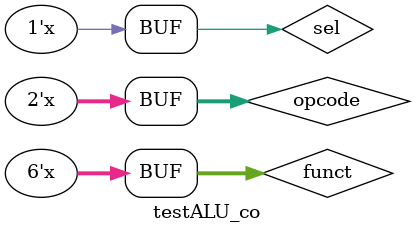
<source format=v>
`timescale 1ns / 1ps

module testALU_co;
reg[1:0]opcode;
reg[5:0]funct;
reg sel;
wire[3:0]alu_cnt;
alu_control uut(opcode,funct,sel,alu_cnt);
initial
    begin
    opcode=2'b00;
    funct=5'b00000;
    sel=1'b0;
    end
always
    begin
    #5 opcode=opcode+1;
    #5 funct=funct+1;
    #5 sel=~sel;
    end
endmodule

</source>
